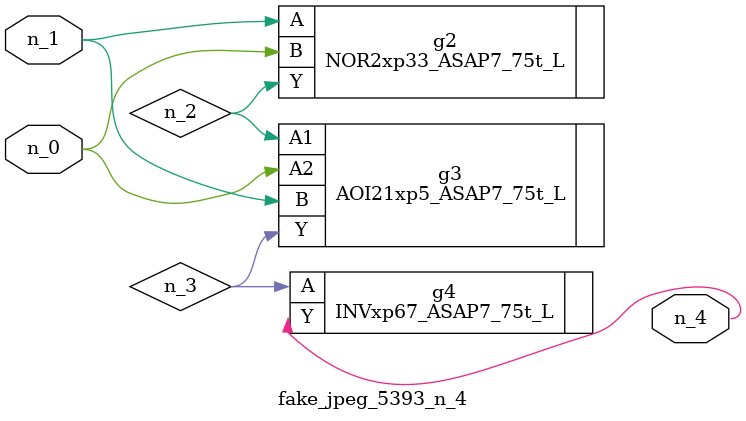
<source format=v>
module fake_jpeg_5393_n_4 (n_0, n_1, n_4);

input n_0;
input n_1;

output n_4;

wire n_2;
wire n_3;

NOR2xp33_ASAP7_75t_L g2 ( 
.A(n_1),
.B(n_0),
.Y(n_2)
);

AOI21xp5_ASAP7_75t_L g3 ( 
.A1(n_2),
.A2(n_0),
.B(n_1),
.Y(n_3)
);

INVxp67_ASAP7_75t_L g4 ( 
.A(n_3),
.Y(n_4)
);


endmodule
</source>
